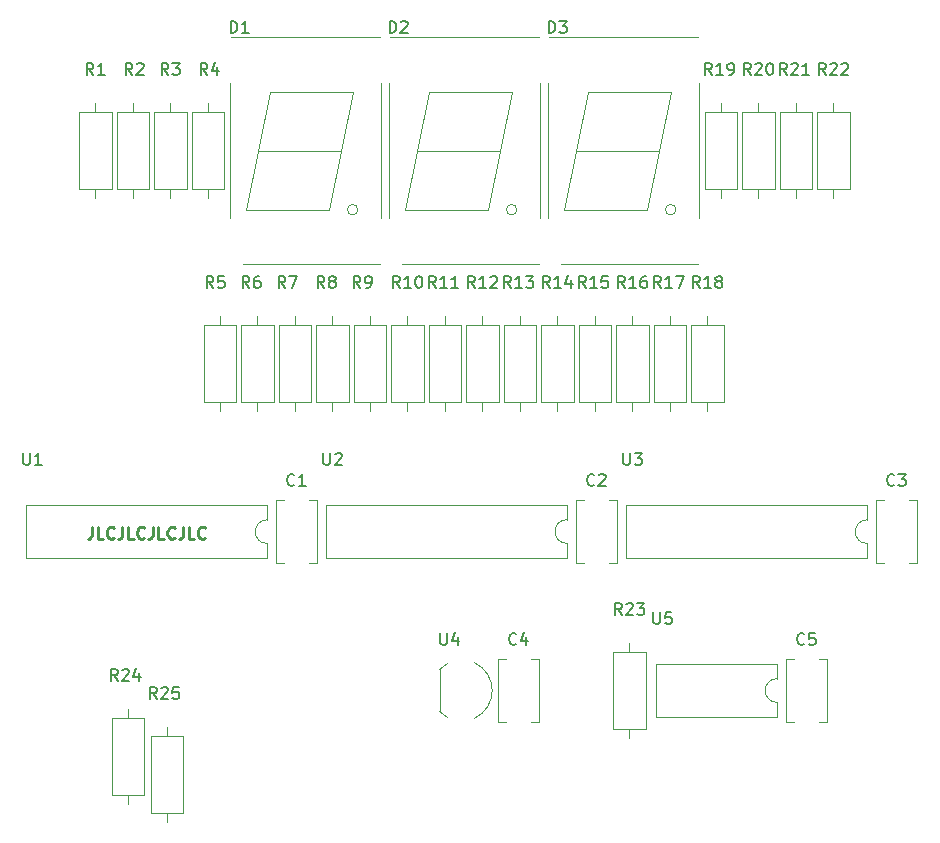
<source format=gto>
G04 #@! TF.GenerationSoftware,KiCad,Pcbnew,7.0.10*
G04 #@! TF.CreationDate,2024-02-08T17:52:20+11:00*
G04 #@! TF.ProjectId,Desktop Thermometer USB-C,4465736b-746f-4702-9054-6865726d6f6d,rev?*
G04 #@! TF.SameCoordinates,Original*
G04 #@! TF.FileFunction,Legend,Top*
G04 #@! TF.FilePolarity,Positive*
%FSLAX46Y46*%
G04 Gerber Fmt 4.6, Leading zero omitted, Abs format (unit mm)*
G04 Created by KiCad (PCBNEW 7.0.10) date 2024-02-08 17:52:20*
%MOMM*%
%LPD*%
G01*
G04 APERTURE LIST*
%ADD10C,0.250000*%
%ADD11C,0.150000*%
%ADD12C,0.120000*%
%ADD13C,1.600000*%
%ADD14O,1.600000X1.600000*%
%ADD15R,1.600000X2.400000*%
%ADD16O,1.600000X2.400000*%
%ADD17R,1.524000X2.524000*%
%ADD18O,1.524000X2.524000*%
%ADD19C,3.200000*%
%ADD20C,1.500000*%
%ADD21R,1.500000X1.500000*%
%ADD22O,2.204000X1.204000*%
G04 APERTURE END LIST*
D10*
X105898282Y-91814619D02*
X105898282Y-92528904D01*
X105898282Y-92528904D02*
X105850663Y-92671761D01*
X105850663Y-92671761D02*
X105755425Y-92767000D01*
X105755425Y-92767000D02*
X105612568Y-92814619D01*
X105612568Y-92814619D02*
X105517330Y-92814619D01*
X106850663Y-92814619D02*
X106374473Y-92814619D01*
X106374473Y-92814619D02*
X106374473Y-91814619D01*
X107755425Y-92719380D02*
X107707806Y-92767000D01*
X107707806Y-92767000D02*
X107564949Y-92814619D01*
X107564949Y-92814619D02*
X107469711Y-92814619D01*
X107469711Y-92814619D02*
X107326854Y-92767000D01*
X107326854Y-92767000D02*
X107231616Y-92671761D01*
X107231616Y-92671761D02*
X107183997Y-92576523D01*
X107183997Y-92576523D02*
X107136378Y-92386047D01*
X107136378Y-92386047D02*
X107136378Y-92243190D01*
X107136378Y-92243190D02*
X107183997Y-92052714D01*
X107183997Y-92052714D02*
X107231616Y-91957476D01*
X107231616Y-91957476D02*
X107326854Y-91862238D01*
X107326854Y-91862238D02*
X107469711Y-91814619D01*
X107469711Y-91814619D02*
X107564949Y-91814619D01*
X107564949Y-91814619D02*
X107707806Y-91862238D01*
X107707806Y-91862238D02*
X107755425Y-91909857D01*
X108469711Y-91814619D02*
X108469711Y-92528904D01*
X108469711Y-92528904D02*
X108422092Y-92671761D01*
X108422092Y-92671761D02*
X108326854Y-92767000D01*
X108326854Y-92767000D02*
X108183997Y-92814619D01*
X108183997Y-92814619D02*
X108088759Y-92814619D01*
X109422092Y-92814619D02*
X108945902Y-92814619D01*
X108945902Y-92814619D02*
X108945902Y-91814619D01*
X110326854Y-92719380D02*
X110279235Y-92767000D01*
X110279235Y-92767000D02*
X110136378Y-92814619D01*
X110136378Y-92814619D02*
X110041140Y-92814619D01*
X110041140Y-92814619D02*
X109898283Y-92767000D01*
X109898283Y-92767000D02*
X109803045Y-92671761D01*
X109803045Y-92671761D02*
X109755426Y-92576523D01*
X109755426Y-92576523D02*
X109707807Y-92386047D01*
X109707807Y-92386047D02*
X109707807Y-92243190D01*
X109707807Y-92243190D02*
X109755426Y-92052714D01*
X109755426Y-92052714D02*
X109803045Y-91957476D01*
X109803045Y-91957476D02*
X109898283Y-91862238D01*
X109898283Y-91862238D02*
X110041140Y-91814619D01*
X110041140Y-91814619D02*
X110136378Y-91814619D01*
X110136378Y-91814619D02*
X110279235Y-91862238D01*
X110279235Y-91862238D02*
X110326854Y-91909857D01*
X111041140Y-91814619D02*
X111041140Y-92528904D01*
X111041140Y-92528904D02*
X110993521Y-92671761D01*
X110993521Y-92671761D02*
X110898283Y-92767000D01*
X110898283Y-92767000D02*
X110755426Y-92814619D01*
X110755426Y-92814619D02*
X110660188Y-92814619D01*
X111993521Y-92814619D02*
X111517331Y-92814619D01*
X111517331Y-92814619D02*
X111517331Y-91814619D01*
X112898283Y-92719380D02*
X112850664Y-92767000D01*
X112850664Y-92767000D02*
X112707807Y-92814619D01*
X112707807Y-92814619D02*
X112612569Y-92814619D01*
X112612569Y-92814619D02*
X112469712Y-92767000D01*
X112469712Y-92767000D02*
X112374474Y-92671761D01*
X112374474Y-92671761D02*
X112326855Y-92576523D01*
X112326855Y-92576523D02*
X112279236Y-92386047D01*
X112279236Y-92386047D02*
X112279236Y-92243190D01*
X112279236Y-92243190D02*
X112326855Y-92052714D01*
X112326855Y-92052714D02*
X112374474Y-91957476D01*
X112374474Y-91957476D02*
X112469712Y-91862238D01*
X112469712Y-91862238D02*
X112612569Y-91814619D01*
X112612569Y-91814619D02*
X112707807Y-91814619D01*
X112707807Y-91814619D02*
X112850664Y-91862238D01*
X112850664Y-91862238D02*
X112898283Y-91909857D01*
X113612569Y-91814619D02*
X113612569Y-92528904D01*
X113612569Y-92528904D02*
X113564950Y-92671761D01*
X113564950Y-92671761D02*
X113469712Y-92767000D01*
X113469712Y-92767000D02*
X113326855Y-92814619D01*
X113326855Y-92814619D02*
X113231617Y-92814619D01*
X114564950Y-92814619D02*
X114088760Y-92814619D01*
X114088760Y-92814619D02*
X114088760Y-91814619D01*
X115469712Y-92719380D02*
X115422093Y-92767000D01*
X115422093Y-92767000D02*
X115279236Y-92814619D01*
X115279236Y-92814619D02*
X115183998Y-92814619D01*
X115183998Y-92814619D02*
X115041141Y-92767000D01*
X115041141Y-92767000D02*
X114945903Y-92671761D01*
X114945903Y-92671761D02*
X114898284Y-92576523D01*
X114898284Y-92576523D02*
X114850665Y-92386047D01*
X114850665Y-92386047D02*
X114850665Y-92243190D01*
X114850665Y-92243190D02*
X114898284Y-92052714D01*
X114898284Y-92052714D02*
X114945903Y-91957476D01*
X114945903Y-91957476D02*
X115041141Y-91862238D01*
X115041141Y-91862238D02*
X115183998Y-91814619D01*
X115183998Y-91814619D02*
X115279236Y-91814619D01*
X115279236Y-91814619D02*
X115422093Y-91862238D01*
X115422093Y-91862238D02*
X115469712Y-91909857D01*
D11*
X141819333Y-101705580D02*
X141771714Y-101753200D01*
X141771714Y-101753200D02*
X141628857Y-101800819D01*
X141628857Y-101800819D02*
X141533619Y-101800819D01*
X141533619Y-101800819D02*
X141390762Y-101753200D01*
X141390762Y-101753200D02*
X141295524Y-101657961D01*
X141295524Y-101657961D02*
X141247905Y-101562723D01*
X141247905Y-101562723D02*
X141200286Y-101372247D01*
X141200286Y-101372247D02*
X141200286Y-101229390D01*
X141200286Y-101229390D02*
X141247905Y-101038914D01*
X141247905Y-101038914D02*
X141295524Y-100943676D01*
X141295524Y-100943676D02*
X141390762Y-100848438D01*
X141390762Y-100848438D02*
X141533619Y-100800819D01*
X141533619Y-100800819D02*
X141628857Y-100800819D01*
X141628857Y-100800819D02*
X141771714Y-100848438D01*
X141771714Y-100848438D02*
X141819333Y-100896057D01*
X142676476Y-101134152D02*
X142676476Y-101800819D01*
X142438381Y-100753200D02*
X142200286Y-101467485D01*
X142200286Y-101467485D02*
X142819333Y-101467485D01*
X123023333Y-88243580D02*
X122975714Y-88291200D01*
X122975714Y-88291200D02*
X122832857Y-88338819D01*
X122832857Y-88338819D02*
X122737619Y-88338819D01*
X122737619Y-88338819D02*
X122594762Y-88291200D01*
X122594762Y-88291200D02*
X122499524Y-88195961D01*
X122499524Y-88195961D02*
X122451905Y-88100723D01*
X122451905Y-88100723D02*
X122404286Y-87910247D01*
X122404286Y-87910247D02*
X122404286Y-87767390D01*
X122404286Y-87767390D02*
X122451905Y-87576914D01*
X122451905Y-87576914D02*
X122499524Y-87481676D01*
X122499524Y-87481676D02*
X122594762Y-87386438D01*
X122594762Y-87386438D02*
X122737619Y-87338819D01*
X122737619Y-87338819D02*
X122832857Y-87338819D01*
X122832857Y-87338819D02*
X122975714Y-87386438D01*
X122975714Y-87386438D02*
X123023333Y-87434057D01*
X123975714Y-88338819D02*
X123404286Y-88338819D01*
X123690000Y-88338819D02*
X123690000Y-87338819D01*
X123690000Y-87338819D02*
X123594762Y-87481676D01*
X123594762Y-87481676D02*
X123499524Y-87576914D01*
X123499524Y-87576914D02*
X123404286Y-87624533D01*
X125563333Y-71574819D02*
X125230000Y-71098628D01*
X124991905Y-71574819D02*
X124991905Y-70574819D01*
X124991905Y-70574819D02*
X125372857Y-70574819D01*
X125372857Y-70574819D02*
X125468095Y-70622438D01*
X125468095Y-70622438D02*
X125515714Y-70670057D01*
X125515714Y-70670057D02*
X125563333Y-70765295D01*
X125563333Y-70765295D02*
X125563333Y-70908152D01*
X125563333Y-70908152D02*
X125515714Y-71003390D01*
X125515714Y-71003390D02*
X125468095Y-71051009D01*
X125468095Y-71051009D02*
X125372857Y-71098628D01*
X125372857Y-71098628D02*
X124991905Y-71098628D01*
X126134762Y-71003390D02*
X126039524Y-70955771D01*
X126039524Y-70955771D02*
X125991905Y-70908152D01*
X125991905Y-70908152D02*
X125944286Y-70812914D01*
X125944286Y-70812914D02*
X125944286Y-70765295D01*
X125944286Y-70765295D02*
X125991905Y-70670057D01*
X125991905Y-70670057D02*
X126039524Y-70622438D01*
X126039524Y-70622438D02*
X126134762Y-70574819D01*
X126134762Y-70574819D02*
X126325238Y-70574819D01*
X126325238Y-70574819D02*
X126420476Y-70622438D01*
X126420476Y-70622438D02*
X126468095Y-70670057D01*
X126468095Y-70670057D02*
X126515714Y-70765295D01*
X126515714Y-70765295D02*
X126515714Y-70812914D01*
X126515714Y-70812914D02*
X126468095Y-70908152D01*
X126468095Y-70908152D02*
X126420476Y-70955771D01*
X126420476Y-70955771D02*
X126325238Y-71003390D01*
X126325238Y-71003390D02*
X126134762Y-71003390D01*
X126134762Y-71003390D02*
X126039524Y-71051009D01*
X126039524Y-71051009D02*
X125991905Y-71098628D01*
X125991905Y-71098628D02*
X125944286Y-71193866D01*
X125944286Y-71193866D02*
X125944286Y-71384342D01*
X125944286Y-71384342D02*
X125991905Y-71479580D01*
X125991905Y-71479580D02*
X126039524Y-71527200D01*
X126039524Y-71527200D02*
X126134762Y-71574819D01*
X126134762Y-71574819D02*
X126325238Y-71574819D01*
X126325238Y-71574819D02*
X126420476Y-71527200D01*
X126420476Y-71527200D02*
X126468095Y-71479580D01*
X126468095Y-71479580D02*
X126515714Y-71384342D01*
X126515714Y-71384342D02*
X126515714Y-71193866D01*
X126515714Y-71193866D02*
X126468095Y-71098628D01*
X126468095Y-71098628D02*
X126420476Y-71051009D01*
X126420476Y-71051009D02*
X126325238Y-71003390D01*
X125476095Y-85560819D02*
X125476095Y-86370342D01*
X125476095Y-86370342D02*
X125523714Y-86465580D01*
X125523714Y-86465580D02*
X125571333Y-86513200D01*
X125571333Y-86513200D02*
X125666571Y-86560819D01*
X125666571Y-86560819D02*
X125857047Y-86560819D01*
X125857047Y-86560819D02*
X125952285Y-86513200D01*
X125952285Y-86513200D02*
X125999904Y-86465580D01*
X125999904Y-86465580D02*
X126047523Y-86370342D01*
X126047523Y-86370342D02*
X126047523Y-85560819D01*
X126476095Y-85656057D02*
X126523714Y-85608438D01*
X126523714Y-85608438D02*
X126618952Y-85560819D01*
X126618952Y-85560819D02*
X126857047Y-85560819D01*
X126857047Y-85560819D02*
X126952285Y-85608438D01*
X126952285Y-85608438D02*
X126999904Y-85656057D01*
X126999904Y-85656057D02*
X127047523Y-85751295D01*
X127047523Y-85751295D02*
X127047523Y-85846533D01*
X127047523Y-85846533D02*
X126999904Y-85989390D01*
X126999904Y-85989390D02*
X126428476Y-86560819D01*
X126428476Y-86560819D02*
X127047523Y-86560819D01*
X164711142Y-53540819D02*
X164377809Y-53064628D01*
X164139714Y-53540819D02*
X164139714Y-52540819D01*
X164139714Y-52540819D02*
X164520666Y-52540819D01*
X164520666Y-52540819D02*
X164615904Y-52588438D01*
X164615904Y-52588438D02*
X164663523Y-52636057D01*
X164663523Y-52636057D02*
X164711142Y-52731295D01*
X164711142Y-52731295D02*
X164711142Y-52874152D01*
X164711142Y-52874152D02*
X164663523Y-52969390D01*
X164663523Y-52969390D02*
X164615904Y-53017009D01*
X164615904Y-53017009D02*
X164520666Y-53064628D01*
X164520666Y-53064628D02*
X164139714Y-53064628D01*
X165092095Y-52636057D02*
X165139714Y-52588438D01*
X165139714Y-52588438D02*
X165234952Y-52540819D01*
X165234952Y-52540819D02*
X165473047Y-52540819D01*
X165473047Y-52540819D02*
X165568285Y-52588438D01*
X165568285Y-52588438D02*
X165615904Y-52636057D01*
X165615904Y-52636057D02*
X165663523Y-52731295D01*
X165663523Y-52731295D02*
X165663523Y-52826533D01*
X165663523Y-52826533D02*
X165615904Y-52969390D01*
X165615904Y-52969390D02*
X165044476Y-53540819D01*
X165044476Y-53540819D02*
X165663523Y-53540819D01*
X166615904Y-53540819D02*
X166044476Y-53540819D01*
X166330190Y-53540819D02*
X166330190Y-52540819D01*
X166330190Y-52540819D02*
X166234952Y-52683676D01*
X166234952Y-52683676D02*
X166139714Y-52778914D01*
X166139714Y-52778914D02*
X166044476Y-52826533D01*
X117625905Y-49984819D02*
X117625905Y-48984819D01*
X117625905Y-48984819D02*
X117864000Y-48984819D01*
X117864000Y-48984819D02*
X118006857Y-49032438D01*
X118006857Y-49032438D02*
X118102095Y-49127676D01*
X118102095Y-49127676D02*
X118149714Y-49222914D01*
X118149714Y-49222914D02*
X118197333Y-49413390D01*
X118197333Y-49413390D02*
X118197333Y-49556247D01*
X118197333Y-49556247D02*
X118149714Y-49746723D01*
X118149714Y-49746723D02*
X118102095Y-49841961D01*
X118102095Y-49841961D02*
X118006857Y-49937200D01*
X118006857Y-49937200D02*
X117864000Y-49984819D01*
X117864000Y-49984819D02*
X117625905Y-49984819D01*
X119149714Y-49984819D02*
X118578286Y-49984819D01*
X118864000Y-49984819D02*
X118864000Y-48984819D01*
X118864000Y-48984819D02*
X118768762Y-49127676D01*
X118768762Y-49127676D02*
X118673524Y-49222914D01*
X118673524Y-49222914D02*
X118578286Y-49270533D01*
X115657333Y-53540819D02*
X115324000Y-53064628D01*
X115085905Y-53540819D02*
X115085905Y-52540819D01*
X115085905Y-52540819D02*
X115466857Y-52540819D01*
X115466857Y-52540819D02*
X115562095Y-52588438D01*
X115562095Y-52588438D02*
X115609714Y-52636057D01*
X115609714Y-52636057D02*
X115657333Y-52731295D01*
X115657333Y-52731295D02*
X115657333Y-52874152D01*
X115657333Y-52874152D02*
X115609714Y-52969390D01*
X115609714Y-52969390D02*
X115562095Y-53017009D01*
X115562095Y-53017009D02*
X115466857Y-53064628D01*
X115466857Y-53064628D02*
X115085905Y-53064628D01*
X116514476Y-52874152D02*
X116514476Y-53540819D01*
X116276381Y-52493200D02*
X116038286Y-53207485D01*
X116038286Y-53207485D02*
X116657333Y-53207485D01*
X100076095Y-85560819D02*
X100076095Y-86370342D01*
X100076095Y-86370342D02*
X100123714Y-86465580D01*
X100123714Y-86465580D02*
X100171333Y-86513200D01*
X100171333Y-86513200D02*
X100266571Y-86560819D01*
X100266571Y-86560819D02*
X100457047Y-86560819D01*
X100457047Y-86560819D02*
X100552285Y-86513200D01*
X100552285Y-86513200D02*
X100599904Y-86465580D01*
X100599904Y-86465580D02*
X100647523Y-86370342D01*
X100647523Y-86370342D02*
X100647523Y-85560819D01*
X101647523Y-86560819D02*
X101076095Y-86560819D01*
X101361809Y-86560819D02*
X101361809Y-85560819D01*
X101361809Y-85560819D02*
X101266571Y-85703676D01*
X101266571Y-85703676D02*
X101171333Y-85798914D01*
X101171333Y-85798914D02*
X101076095Y-85846533D01*
X141343142Y-71574819D02*
X141009809Y-71098628D01*
X140771714Y-71574819D02*
X140771714Y-70574819D01*
X140771714Y-70574819D02*
X141152666Y-70574819D01*
X141152666Y-70574819D02*
X141247904Y-70622438D01*
X141247904Y-70622438D02*
X141295523Y-70670057D01*
X141295523Y-70670057D02*
X141343142Y-70765295D01*
X141343142Y-70765295D02*
X141343142Y-70908152D01*
X141343142Y-70908152D02*
X141295523Y-71003390D01*
X141295523Y-71003390D02*
X141247904Y-71051009D01*
X141247904Y-71051009D02*
X141152666Y-71098628D01*
X141152666Y-71098628D02*
X140771714Y-71098628D01*
X142295523Y-71574819D02*
X141724095Y-71574819D01*
X142009809Y-71574819D02*
X142009809Y-70574819D01*
X142009809Y-70574819D02*
X141914571Y-70717676D01*
X141914571Y-70717676D02*
X141819333Y-70812914D01*
X141819333Y-70812914D02*
X141724095Y-70860533D01*
X142628857Y-70574819D02*
X143247904Y-70574819D01*
X143247904Y-70574819D02*
X142914571Y-70955771D01*
X142914571Y-70955771D02*
X143057428Y-70955771D01*
X143057428Y-70955771D02*
X143152666Y-71003390D01*
X143152666Y-71003390D02*
X143200285Y-71051009D01*
X143200285Y-71051009D02*
X143247904Y-71146247D01*
X143247904Y-71146247D02*
X143247904Y-71384342D01*
X143247904Y-71384342D02*
X143200285Y-71479580D01*
X143200285Y-71479580D02*
X143152666Y-71527200D01*
X143152666Y-71527200D02*
X143057428Y-71574819D01*
X143057428Y-71574819D02*
X142771714Y-71574819D01*
X142771714Y-71574819D02*
X142676476Y-71527200D01*
X142676476Y-71527200D02*
X142628857Y-71479580D01*
X108069142Y-104848819D02*
X107735809Y-104372628D01*
X107497714Y-104848819D02*
X107497714Y-103848819D01*
X107497714Y-103848819D02*
X107878666Y-103848819D01*
X107878666Y-103848819D02*
X107973904Y-103896438D01*
X107973904Y-103896438D02*
X108021523Y-103944057D01*
X108021523Y-103944057D02*
X108069142Y-104039295D01*
X108069142Y-104039295D02*
X108069142Y-104182152D01*
X108069142Y-104182152D02*
X108021523Y-104277390D01*
X108021523Y-104277390D02*
X107973904Y-104325009D01*
X107973904Y-104325009D02*
X107878666Y-104372628D01*
X107878666Y-104372628D02*
X107497714Y-104372628D01*
X108450095Y-103944057D02*
X108497714Y-103896438D01*
X108497714Y-103896438D02*
X108592952Y-103848819D01*
X108592952Y-103848819D02*
X108831047Y-103848819D01*
X108831047Y-103848819D02*
X108926285Y-103896438D01*
X108926285Y-103896438D02*
X108973904Y-103944057D01*
X108973904Y-103944057D02*
X109021523Y-104039295D01*
X109021523Y-104039295D02*
X109021523Y-104134533D01*
X109021523Y-104134533D02*
X108973904Y-104277390D01*
X108973904Y-104277390D02*
X108402476Y-104848819D01*
X108402476Y-104848819D02*
X109021523Y-104848819D01*
X109878666Y-104182152D02*
X109878666Y-104848819D01*
X109640571Y-103801200D02*
X109402476Y-104515485D01*
X109402476Y-104515485D02*
X110021523Y-104515485D01*
X168013142Y-53540819D02*
X167679809Y-53064628D01*
X167441714Y-53540819D02*
X167441714Y-52540819D01*
X167441714Y-52540819D02*
X167822666Y-52540819D01*
X167822666Y-52540819D02*
X167917904Y-52588438D01*
X167917904Y-52588438D02*
X167965523Y-52636057D01*
X167965523Y-52636057D02*
X168013142Y-52731295D01*
X168013142Y-52731295D02*
X168013142Y-52874152D01*
X168013142Y-52874152D02*
X167965523Y-52969390D01*
X167965523Y-52969390D02*
X167917904Y-53017009D01*
X167917904Y-53017009D02*
X167822666Y-53064628D01*
X167822666Y-53064628D02*
X167441714Y-53064628D01*
X168394095Y-52636057D02*
X168441714Y-52588438D01*
X168441714Y-52588438D02*
X168536952Y-52540819D01*
X168536952Y-52540819D02*
X168775047Y-52540819D01*
X168775047Y-52540819D02*
X168870285Y-52588438D01*
X168870285Y-52588438D02*
X168917904Y-52636057D01*
X168917904Y-52636057D02*
X168965523Y-52731295D01*
X168965523Y-52731295D02*
X168965523Y-52826533D01*
X168965523Y-52826533D02*
X168917904Y-52969390D01*
X168917904Y-52969390D02*
X168346476Y-53540819D01*
X168346476Y-53540819D02*
X168965523Y-53540819D01*
X169346476Y-52636057D02*
X169394095Y-52588438D01*
X169394095Y-52588438D02*
X169489333Y-52540819D01*
X169489333Y-52540819D02*
X169727428Y-52540819D01*
X169727428Y-52540819D02*
X169822666Y-52588438D01*
X169822666Y-52588438D02*
X169870285Y-52636057D01*
X169870285Y-52636057D02*
X169917904Y-52731295D01*
X169917904Y-52731295D02*
X169917904Y-52826533D01*
X169917904Y-52826533D02*
X169870285Y-52969390D01*
X169870285Y-52969390D02*
X169298857Y-53540819D01*
X169298857Y-53540819D02*
X169917904Y-53540819D01*
X150741142Y-99260819D02*
X150407809Y-98784628D01*
X150169714Y-99260819D02*
X150169714Y-98260819D01*
X150169714Y-98260819D02*
X150550666Y-98260819D01*
X150550666Y-98260819D02*
X150645904Y-98308438D01*
X150645904Y-98308438D02*
X150693523Y-98356057D01*
X150693523Y-98356057D02*
X150741142Y-98451295D01*
X150741142Y-98451295D02*
X150741142Y-98594152D01*
X150741142Y-98594152D02*
X150693523Y-98689390D01*
X150693523Y-98689390D02*
X150645904Y-98737009D01*
X150645904Y-98737009D02*
X150550666Y-98784628D01*
X150550666Y-98784628D02*
X150169714Y-98784628D01*
X151122095Y-98356057D02*
X151169714Y-98308438D01*
X151169714Y-98308438D02*
X151264952Y-98260819D01*
X151264952Y-98260819D02*
X151503047Y-98260819D01*
X151503047Y-98260819D02*
X151598285Y-98308438D01*
X151598285Y-98308438D02*
X151645904Y-98356057D01*
X151645904Y-98356057D02*
X151693523Y-98451295D01*
X151693523Y-98451295D02*
X151693523Y-98546533D01*
X151693523Y-98546533D02*
X151645904Y-98689390D01*
X151645904Y-98689390D02*
X151074476Y-99260819D01*
X151074476Y-99260819D02*
X151693523Y-99260819D01*
X152026857Y-98260819D02*
X152645904Y-98260819D01*
X152645904Y-98260819D02*
X152312571Y-98641771D01*
X152312571Y-98641771D02*
X152455428Y-98641771D01*
X152455428Y-98641771D02*
X152550666Y-98689390D01*
X152550666Y-98689390D02*
X152598285Y-98737009D01*
X152598285Y-98737009D02*
X152645904Y-98832247D01*
X152645904Y-98832247D02*
X152645904Y-99070342D01*
X152645904Y-99070342D02*
X152598285Y-99165580D01*
X152598285Y-99165580D02*
X152550666Y-99213200D01*
X152550666Y-99213200D02*
X152455428Y-99260819D01*
X152455428Y-99260819D02*
X152169714Y-99260819D01*
X152169714Y-99260819D02*
X152074476Y-99213200D01*
X152074476Y-99213200D02*
X152026857Y-99165580D01*
X150995142Y-71574819D02*
X150661809Y-71098628D01*
X150423714Y-71574819D02*
X150423714Y-70574819D01*
X150423714Y-70574819D02*
X150804666Y-70574819D01*
X150804666Y-70574819D02*
X150899904Y-70622438D01*
X150899904Y-70622438D02*
X150947523Y-70670057D01*
X150947523Y-70670057D02*
X150995142Y-70765295D01*
X150995142Y-70765295D02*
X150995142Y-70908152D01*
X150995142Y-70908152D02*
X150947523Y-71003390D01*
X150947523Y-71003390D02*
X150899904Y-71051009D01*
X150899904Y-71051009D02*
X150804666Y-71098628D01*
X150804666Y-71098628D02*
X150423714Y-71098628D01*
X151947523Y-71574819D02*
X151376095Y-71574819D01*
X151661809Y-71574819D02*
X151661809Y-70574819D01*
X151661809Y-70574819D02*
X151566571Y-70717676D01*
X151566571Y-70717676D02*
X151471333Y-70812914D01*
X151471333Y-70812914D02*
X151376095Y-70860533D01*
X152804666Y-70574819D02*
X152614190Y-70574819D01*
X152614190Y-70574819D02*
X152518952Y-70622438D01*
X152518952Y-70622438D02*
X152471333Y-70670057D01*
X152471333Y-70670057D02*
X152376095Y-70812914D01*
X152376095Y-70812914D02*
X152328476Y-71003390D01*
X152328476Y-71003390D02*
X152328476Y-71384342D01*
X152328476Y-71384342D02*
X152376095Y-71479580D01*
X152376095Y-71479580D02*
X152423714Y-71527200D01*
X152423714Y-71527200D02*
X152518952Y-71574819D01*
X152518952Y-71574819D02*
X152709428Y-71574819D01*
X152709428Y-71574819D02*
X152804666Y-71527200D01*
X152804666Y-71527200D02*
X152852285Y-71479580D01*
X152852285Y-71479580D02*
X152899904Y-71384342D01*
X152899904Y-71384342D02*
X152899904Y-71146247D01*
X152899904Y-71146247D02*
X152852285Y-71051009D01*
X152852285Y-71051009D02*
X152804666Y-71003390D01*
X152804666Y-71003390D02*
X152709428Y-70955771D01*
X152709428Y-70955771D02*
X152518952Y-70955771D01*
X152518952Y-70955771D02*
X152423714Y-71003390D01*
X152423714Y-71003390D02*
X152376095Y-71051009D01*
X152376095Y-71051009D02*
X152328476Y-71146247D01*
X138295142Y-71574819D02*
X137961809Y-71098628D01*
X137723714Y-71574819D02*
X137723714Y-70574819D01*
X137723714Y-70574819D02*
X138104666Y-70574819D01*
X138104666Y-70574819D02*
X138199904Y-70622438D01*
X138199904Y-70622438D02*
X138247523Y-70670057D01*
X138247523Y-70670057D02*
X138295142Y-70765295D01*
X138295142Y-70765295D02*
X138295142Y-70908152D01*
X138295142Y-70908152D02*
X138247523Y-71003390D01*
X138247523Y-71003390D02*
X138199904Y-71051009D01*
X138199904Y-71051009D02*
X138104666Y-71098628D01*
X138104666Y-71098628D02*
X137723714Y-71098628D01*
X139247523Y-71574819D02*
X138676095Y-71574819D01*
X138961809Y-71574819D02*
X138961809Y-70574819D01*
X138961809Y-70574819D02*
X138866571Y-70717676D01*
X138866571Y-70717676D02*
X138771333Y-70812914D01*
X138771333Y-70812914D02*
X138676095Y-70860533D01*
X139628476Y-70670057D02*
X139676095Y-70622438D01*
X139676095Y-70622438D02*
X139771333Y-70574819D01*
X139771333Y-70574819D02*
X140009428Y-70574819D01*
X140009428Y-70574819D02*
X140104666Y-70622438D01*
X140104666Y-70622438D02*
X140152285Y-70670057D01*
X140152285Y-70670057D02*
X140199904Y-70765295D01*
X140199904Y-70765295D02*
X140199904Y-70860533D01*
X140199904Y-70860533D02*
X140152285Y-71003390D01*
X140152285Y-71003390D02*
X139580857Y-71574819D01*
X139580857Y-71574819D02*
X140199904Y-71574819D01*
X153416095Y-99022819D02*
X153416095Y-99832342D01*
X153416095Y-99832342D02*
X153463714Y-99927580D01*
X153463714Y-99927580D02*
X153511333Y-99975200D01*
X153511333Y-99975200D02*
X153606571Y-100022819D01*
X153606571Y-100022819D02*
X153797047Y-100022819D01*
X153797047Y-100022819D02*
X153892285Y-99975200D01*
X153892285Y-99975200D02*
X153939904Y-99927580D01*
X153939904Y-99927580D02*
X153987523Y-99832342D01*
X153987523Y-99832342D02*
X153987523Y-99022819D01*
X154939904Y-99022819D02*
X154463714Y-99022819D01*
X154463714Y-99022819D02*
X154416095Y-99499009D01*
X154416095Y-99499009D02*
X154463714Y-99451390D01*
X154463714Y-99451390D02*
X154558952Y-99403771D01*
X154558952Y-99403771D02*
X154797047Y-99403771D01*
X154797047Y-99403771D02*
X154892285Y-99451390D01*
X154892285Y-99451390D02*
X154939904Y-99499009D01*
X154939904Y-99499009D02*
X154987523Y-99594247D01*
X154987523Y-99594247D02*
X154987523Y-99832342D01*
X154987523Y-99832342D02*
X154939904Y-99927580D01*
X154939904Y-99927580D02*
X154892285Y-99975200D01*
X154892285Y-99975200D02*
X154797047Y-100022819D01*
X154797047Y-100022819D02*
X154558952Y-100022819D01*
X154558952Y-100022819D02*
X154463714Y-99975200D01*
X154463714Y-99975200D02*
X154416095Y-99927580D01*
X112355333Y-53540819D02*
X112022000Y-53064628D01*
X111783905Y-53540819D02*
X111783905Y-52540819D01*
X111783905Y-52540819D02*
X112164857Y-52540819D01*
X112164857Y-52540819D02*
X112260095Y-52588438D01*
X112260095Y-52588438D02*
X112307714Y-52636057D01*
X112307714Y-52636057D02*
X112355333Y-52731295D01*
X112355333Y-52731295D02*
X112355333Y-52874152D01*
X112355333Y-52874152D02*
X112307714Y-52969390D01*
X112307714Y-52969390D02*
X112260095Y-53017009D01*
X112260095Y-53017009D02*
X112164857Y-53064628D01*
X112164857Y-53064628D02*
X111783905Y-53064628D01*
X112688667Y-52540819D02*
X113307714Y-52540819D01*
X113307714Y-52540819D02*
X112974381Y-52921771D01*
X112974381Y-52921771D02*
X113117238Y-52921771D01*
X113117238Y-52921771D02*
X113212476Y-52969390D01*
X113212476Y-52969390D02*
X113260095Y-53017009D01*
X113260095Y-53017009D02*
X113307714Y-53112247D01*
X113307714Y-53112247D02*
X113307714Y-53350342D01*
X113307714Y-53350342D02*
X113260095Y-53445580D01*
X113260095Y-53445580D02*
X113212476Y-53493200D01*
X113212476Y-53493200D02*
X113117238Y-53540819D01*
X113117238Y-53540819D02*
X112831524Y-53540819D01*
X112831524Y-53540819D02*
X112736286Y-53493200D01*
X112736286Y-53493200D02*
X112688667Y-53445580D01*
X116165333Y-71574819D02*
X115832000Y-71098628D01*
X115593905Y-71574819D02*
X115593905Y-70574819D01*
X115593905Y-70574819D02*
X115974857Y-70574819D01*
X115974857Y-70574819D02*
X116070095Y-70622438D01*
X116070095Y-70622438D02*
X116117714Y-70670057D01*
X116117714Y-70670057D02*
X116165333Y-70765295D01*
X116165333Y-70765295D02*
X116165333Y-70908152D01*
X116165333Y-70908152D02*
X116117714Y-71003390D01*
X116117714Y-71003390D02*
X116070095Y-71051009D01*
X116070095Y-71051009D02*
X115974857Y-71098628D01*
X115974857Y-71098628D02*
X115593905Y-71098628D01*
X117070095Y-70574819D02*
X116593905Y-70574819D01*
X116593905Y-70574819D02*
X116546286Y-71051009D01*
X116546286Y-71051009D02*
X116593905Y-71003390D01*
X116593905Y-71003390D02*
X116689143Y-70955771D01*
X116689143Y-70955771D02*
X116927238Y-70955771D01*
X116927238Y-70955771D02*
X117022476Y-71003390D01*
X117022476Y-71003390D02*
X117070095Y-71051009D01*
X117070095Y-71051009D02*
X117117714Y-71146247D01*
X117117714Y-71146247D02*
X117117714Y-71384342D01*
X117117714Y-71384342D02*
X117070095Y-71479580D01*
X117070095Y-71479580D02*
X117022476Y-71527200D01*
X117022476Y-71527200D02*
X116927238Y-71574819D01*
X116927238Y-71574819D02*
X116689143Y-71574819D01*
X116689143Y-71574819D02*
X116593905Y-71527200D01*
X116593905Y-71527200D02*
X116546286Y-71479580D01*
X128611333Y-71574819D02*
X128278000Y-71098628D01*
X128039905Y-71574819D02*
X128039905Y-70574819D01*
X128039905Y-70574819D02*
X128420857Y-70574819D01*
X128420857Y-70574819D02*
X128516095Y-70622438D01*
X128516095Y-70622438D02*
X128563714Y-70670057D01*
X128563714Y-70670057D02*
X128611333Y-70765295D01*
X128611333Y-70765295D02*
X128611333Y-70908152D01*
X128611333Y-70908152D02*
X128563714Y-71003390D01*
X128563714Y-71003390D02*
X128516095Y-71051009D01*
X128516095Y-71051009D02*
X128420857Y-71098628D01*
X128420857Y-71098628D02*
X128039905Y-71098628D01*
X129087524Y-71574819D02*
X129278000Y-71574819D01*
X129278000Y-71574819D02*
X129373238Y-71527200D01*
X129373238Y-71527200D02*
X129420857Y-71479580D01*
X129420857Y-71479580D02*
X129516095Y-71336723D01*
X129516095Y-71336723D02*
X129563714Y-71146247D01*
X129563714Y-71146247D02*
X129563714Y-70765295D01*
X129563714Y-70765295D02*
X129516095Y-70670057D01*
X129516095Y-70670057D02*
X129468476Y-70622438D01*
X129468476Y-70622438D02*
X129373238Y-70574819D01*
X129373238Y-70574819D02*
X129182762Y-70574819D01*
X129182762Y-70574819D02*
X129087524Y-70622438D01*
X129087524Y-70622438D02*
X129039905Y-70670057D01*
X129039905Y-70670057D02*
X128992286Y-70765295D01*
X128992286Y-70765295D02*
X128992286Y-71003390D01*
X128992286Y-71003390D02*
X129039905Y-71098628D01*
X129039905Y-71098628D02*
X129087524Y-71146247D01*
X129087524Y-71146247D02*
X129182762Y-71193866D01*
X129182762Y-71193866D02*
X129373238Y-71193866D01*
X129373238Y-71193866D02*
X129468476Y-71146247D01*
X129468476Y-71146247D02*
X129516095Y-71098628D01*
X129516095Y-71098628D02*
X129563714Y-71003390D01*
X134993142Y-71574819D02*
X134659809Y-71098628D01*
X134421714Y-71574819D02*
X134421714Y-70574819D01*
X134421714Y-70574819D02*
X134802666Y-70574819D01*
X134802666Y-70574819D02*
X134897904Y-70622438D01*
X134897904Y-70622438D02*
X134945523Y-70670057D01*
X134945523Y-70670057D02*
X134993142Y-70765295D01*
X134993142Y-70765295D02*
X134993142Y-70908152D01*
X134993142Y-70908152D02*
X134945523Y-71003390D01*
X134945523Y-71003390D02*
X134897904Y-71051009D01*
X134897904Y-71051009D02*
X134802666Y-71098628D01*
X134802666Y-71098628D02*
X134421714Y-71098628D01*
X135945523Y-71574819D02*
X135374095Y-71574819D01*
X135659809Y-71574819D02*
X135659809Y-70574819D01*
X135659809Y-70574819D02*
X135564571Y-70717676D01*
X135564571Y-70717676D02*
X135469333Y-70812914D01*
X135469333Y-70812914D02*
X135374095Y-70860533D01*
X136897904Y-71574819D02*
X136326476Y-71574819D01*
X136612190Y-71574819D02*
X136612190Y-70574819D01*
X136612190Y-70574819D02*
X136516952Y-70717676D01*
X136516952Y-70717676D02*
X136421714Y-70812914D01*
X136421714Y-70812914D02*
X136326476Y-70860533D01*
X150876095Y-85560819D02*
X150876095Y-86370342D01*
X150876095Y-86370342D02*
X150923714Y-86465580D01*
X150923714Y-86465580D02*
X150971333Y-86513200D01*
X150971333Y-86513200D02*
X151066571Y-86560819D01*
X151066571Y-86560819D02*
X151257047Y-86560819D01*
X151257047Y-86560819D02*
X151352285Y-86513200D01*
X151352285Y-86513200D02*
X151399904Y-86465580D01*
X151399904Y-86465580D02*
X151447523Y-86370342D01*
X151447523Y-86370342D02*
X151447523Y-85560819D01*
X151828476Y-85560819D02*
X152447523Y-85560819D01*
X152447523Y-85560819D02*
X152114190Y-85941771D01*
X152114190Y-85941771D02*
X152257047Y-85941771D01*
X152257047Y-85941771D02*
X152352285Y-85989390D01*
X152352285Y-85989390D02*
X152399904Y-86037009D01*
X152399904Y-86037009D02*
X152447523Y-86132247D01*
X152447523Y-86132247D02*
X152447523Y-86370342D01*
X152447523Y-86370342D02*
X152399904Y-86465580D01*
X152399904Y-86465580D02*
X152352285Y-86513200D01*
X152352285Y-86513200D02*
X152257047Y-86560819D01*
X152257047Y-86560819D02*
X151971333Y-86560819D01*
X151971333Y-86560819D02*
X151876095Y-86513200D01*
X151876095Y-86513200D02*
X151828476Y-86465580D01*
X135382095Y-100800819D02*
X135382095Y-101610342D01*
X135382095Y-101610342D02*
X135429714Y-101705580D01*
X135429714Y-101705580D02*
X135477333Y-101753200D01*
X135477333Y-101753200D02*
X135572571Y-101800819D01*
X135572571Y-101800819D02*
X135763047Y-101800819D01*
X135763047Y-101800819D02*
X135858285Y-101753200D01*
X135858285Y-101753200D02*
X135905904Y-101705580D01*
X135905904Y-101705580D02*
X135953523Y-101610342D01*
X135953523Y-101610342D02*
X135953523Y-100800819D01*
X136858285Y-101134152D02*
X136858285Y-101800819D01*
X136620190Y-100753200D02*
X136382095Y-101467485D01*
X136382095Y-101467485D02*
X137001142Y-101467485D01*
X158361142Y-53540819D02*
X158027809Y-53064628D01*
X157789714Y-53540819D02*
X157789714Y-52540819D01*
X157789714Y-52540819D02*
X158170666Y-52540819D01*
X158170666Y-52540819D02*
X158265904Y-52588438D01*
X158265904Y-52588438D02*
X158313523Y-52636057D01*
X158313523Y-52636057D02*
X158361142Y-52731295D01*
X158361142Y-52731295D02*
X158361142Y-52874152D01*
X158361142Y-52874152D02*
X158313523Y-52969390D01*
X158313523Y-52969390D02*
X158265904Y-53017009D01*
X158265904Y-53017009D02*
X158170666Y-53064628D01*
X158170666Y-53064628D02*
X157789714Y-53064628D01*
X159313523Y-53540819D02*
X158742095Y-53540819D01*
X159027809Y-53540819D02*
X159027809Y-52540819D01*
X159027809Y-52540819D02*
X158932571Y-52683676D01*
X158932571Y-52683676D02*
X158837333Y-52778914D01*
X158837333Y-52778914D02*
X158742095Y-52826533D01*
X159789714Y-53540819D02*
X159980190Y-53540819D01*
X159980190Y-53540819D02*
X160075428Y-53493200D01*
X160075428Y-53493200D02*
X160123047Y-53445580D01*
X160123047Y-53445580D02*
X160218285Y-53302723D01*
X160218285Y-53302723D02*
X160265904Y-53112247D01*
X160265904Y-53112247D02*
X160265904Y-52731295D01*
X160265904Y-52731295D02*
X160218285Y-52636057D01*
X160218285Y-52636057D02*
X160170666Y-52588438D01*
X160170666Y-52588438D02*
X160075428Y-52540819D01*
X160075428Y-52540819D02*
X159884952Y-52540819D01*
X159884952Y-52540819D02*
X159789714Y-52588438D01*
X159789714Y-52588438D02*
X159742095Y-52636057D01*
X159742095Y-52636057D02*
X159694476Y-52731295D01*
X159694476Y-52731295D02*
X159694476Y-52969390D01*
X159694476Y-52969390D02*
X159742095Y-53064628D01*
X159742095Y-53064628D02*
X159789714Y-53112247D01*
X159789714Y-53112247D02*
X159884952Y-53159866D01*
X159884952Y-53159866D02*
X160075428Y-53159866D01*
X160075428Y-53159866D02*
X160170666Y-53112247D01*
X160170666Y-53112247D02*
X160218285Y-53064628D01*
X160218285Y-53064628D02*
X160265904Y-52969390D01*
X144549905Y-49984819D02*
X144549905Y-48984819D01*
X144549905Y-48984819D02*
X144788000Y-48984819D01*
X144788000Y-48984819D02*
X144930857Y-49032438D01*
X144930857Y-49032438D02*
X145026095Y-49127676D01*
X145026095Y-49127676D02*
X145073714Y-49222914D01*
X145073714Y-49222914D02*
X145121333Y-49413390D01*
X145121333Y-49413390D02*
X145121333Y-49556247D01*
X145121333Y-49556247D02*
X145073714Y-49746723D01*
X145073714Y-49746723D02*
X145026095Y-49841961D01*
X145026095Y-49841961D02*
X144930857Y-49937200D01*
X144930857Y-49937200D02*
X144788000Y-49984819D01*
X144788000Y-49984819D02*
X144549905Y-49984819D01*
X145454667Y-48984819D02*
X146073714Y-48984819D01*
X146073714Y-48984819D02*
X145740381Y-49365771D01*
X145740381Y-49365771D02*
X145883238Y-49365771D01*
X145883238Y-49365771D02*
X145978476Y-49413390D01*
X145978476Y-49413390D02*
X146026095Y-49461009D01*
X146026095Y-49461009D02*
X146073714Y-49556247D01*
X146073714Y-49556247D02*
X146073714Y-49794342D01*
X146073714Y-49794342D02*
X146026095Y-49889580D01*
X146026095Y-49889580D02*
X145978476Y-49937200D01*
X145978476Y-49937200D02*
X145883238Y-49984819D01*
X145883238Y-49984819D02*
X145597524Y-49984819D01*
X145597524Y-49984819D02*
X145502286Y-49937200D01*
X145502286Y-49937200D02*
X145454667Y-49889580D01*
X148423333Y-88243580D02*
X148375714Y-88291200D01*
X148375714Y-88291200D02*
X148232857Y-88338819D01*
X148232857Y-88338819D02*
X148137619Y-88338819D01*
X148137619Y-88338819D02*
X147994762Y-88291200D01*
X147994762Y-88291200D02*
X147899524Y-88195961D01*
X147899524Y-88195961D02*
X147851905Y-88100723D01*
X147851905Y-88100723D02*
X147804286Y-87910247D01*
X147804286Y-87910247D02*
X147804286Y-87767390D01*
X147804286Y-87767390D02*
X147851905Y-87576914D01*
X147851905Y-87576914D02*
X147899524Y-87481676D01*
X147899524Y-87481676D02*
X147994762Y-87386438D01*
X147994762Y-87386438D02*
X148137619Y-87338819D01*
X148137619Y-87338819D02*
X148232857Y-87338819D01*
X148232857Y-87338819D02*
X148375714Y-87386438D01*
X148375714Y-87386438D02*
X148423333Y-87434057D01*
X148804286Y-87434057D02*
X148851905Y-87386438D01*
X148851905Y-87386438D02*
X148947143Y-87338819D01*
X148947143Y-87338819D02*
X149185238Y-87338819D01*
X149185238Y-87338819D02*
X149280476Y-87386438D01*
X149280476Y-87386438D02*
X149328095Y-87434057D01*
X149328095Y-87434057D02*
X149375714Y-87529295D01*
X149375714Y-87529295D02*
X149375714Y-87624533D01*
X149375714Y-87624533D02*
X149328095Y-87767390D01*
X149328095Y-87767390D02*
X148756667Y-88338819D01*
X148756667Y-88338819D02*
X149375714Y-88338819D01*
X144645142Y-71574819D02*
X144311809Y-71098628D01*
X144073714Y-71574819D02*
X144073714Y-70574819D01*
X144073714Y-70574819D02*
X144454666Y-70574819D01*
X144454666Y-70574819D02*
X144549904Y-70622438D01*
X144549904Y-70622438D02*
X144597523Y-70670057D01*
X144597523Y-70670057D02*
X144645142Y-70765295D01*
X144645142Y-70765295D02*
X144645142Y-70908152D01*
X144645142Y-70908152D02*
X144597523Y-71003390D01*
X144597523Y-71003390D02*
X144549904Y-71051009D01*
X144549904Y-71051009D02*
X144454666Y-71098628D01*
X144454666Y-71098628D02*
X144073714Y-71098628D01*
X145597523Y-71574819D02*
X145026095Y-71574819D01*
X145311809Y-71574819D02*
X145311809Y-70574819D01*
X145311809Y-70574819D02*
X145216571Y-70717676D01*
X145216571Y-70717676D02*
X145121333Y-70812914D01*
X145121333Y-70812914D02*
X145026095Y-70860533D01*
X146454666Y-70908152D02*
X146454666Y-71574819D01*
X146216571Y-70527200D02*
X145978476Y-71241485D01*
X145978476Y-71241485D02*
X146597523Y-71241485D01*
X119213333Y-71574819D02*
X118880000Y-71098628D01*
X118641905Y-71574819D02*
X118641905Y-70574819D01*
X118641905Y-70574819D02*
X119022857Y-70574819D01*
X119022857Y-70574819D02*
X119118095Y-70622438D01*
X119118095Y-70622438D02*
X119165714Y-70670057D01*
X119165714Y-70670057D02*
X119213333Y-70765295D01*
X119213333Y-70765295D02*
X119213333Y-70908152D01*
X119213333Y-70908152D02*
X119165714Y-71003390D01*
X119165714Y-71003390D02*
X119118095Y-71051009D01*
X119118095Y-71051009D02*
X119022857Y-71098628D01*
X119022857Y-71098628D02*
X118641905Y-71098628D01*
X120070476Y-70574819D02*
X119880000Y-70574819D01*
X119880000Y-70574819D02*
X119784762Y-70622438D01*
X119784762Y-70622438D02*
X119737143Y-70670057D01*
X119737143Y-70670057D02*
X119641905Y-70812914D01*
X119641905Y-70812914D02*
X119594286Y-71003390D01*
X119594286Y-71003390D02*
X119594286Y-71384342D01*
X119594286Y-71384342D02*
X119641905Y-71479580D01*
X119641905Y-71479580D02*
X119689524Y-71527200D01*
X119689524Y-71527200D02*
X119784762Y-71574819D01*
X119784762Y-71574819D02*
X119975238Y-71574819D01*
X119975238Y-71574819D02*
X120070476Y-71527200D01*
X120070476Y-71527200D02*
X120118095Y-71479580D01*
X120118095Y-71479580D02*
X120165714Y-71384342D01*
X120165714Y-71384342D02*
X120165714Y-71146247D01*
X120165714Y-71146247D02*
X120118095Y-71051009D01*
X120118095Y-71051009D02*
X120070476Y-71003390D01*
X120070476Y-71003390D02*
X119975238Y-70955771D01*
X119975238Y-70955771D02*
X119784762Y-70955771D01*
X119784762Y-70955771D02*
X119689524Y-71003390D01*
X119689524Y-71003390D02*
X119641905Y-71051009D01*
X119641905Y-71051009D02*
X119594286Y-71146247D01*
X131087905Y-49984819D02*
X131087905Y-48984819D01*
X131087905Y-48984819D02*
X131326000Y-48984819D01*
X131326000Y-48984819D02*
X131468857Y-49032438D01*
X131468857Y-49032438D02*
X131564095Y-49127676D01*
X131564095Y-49127676D02*
X131611714Y-49222914D01*
X131611714Y-49222914D02*
X131659333Y-49413390D01*
X131659333Y-49413390D02*
X131659333Y-49556247D01*
X131659333Y-49556247D02*
X131611714Y-49746723D01*
X131611714Y-49746723D02*
X131564095Y-49841961D01*
X131564095Y-49841961D02*
X131468857Y-49937200D01*
X131468857Y-49937200D02*
X131326000Y-49984819D01*
X131326000Y-49984819D02*
X131087905Y-49984819D01*
X132040286Y-49080057D02*
X132087905Y-49032438D01*
X132087905Y-49032438D02*
X132183143Y-48984819D01*
X132183143Y-48984819D02*
X132421238Y-48984819D01*
X132421238Y-48984819D02*
X132516476Y-49032438D01*
X132516476Y-49032438D02*
X132564095Y-49080057D01*
X132564095Y-49080057D02*
X132611714Y-49175295D01*
X132611714Y-49175295D02*
X132611714Y-49270533D01*
X132611714Y-49270533D02*
X132564095Y-49413390D01*
X132564095Y-49413390D02*
X131992667Y-49984819D01*
X131992667Y-49984819D02*
X132611714Y-49984819D01*
X161663142Y-53540819D02*
X161329809Y-53064628D01*
X161091714Y-53540819D02*
X161091714Y-52540819D01*
X161091714Y-52540819D02*
X161472666Y-52540819D01*
X161472666Y-52540819D02*
X161567904Y-52588438D01*
X161567904Y-52588438D02*
X161615523Y-52636057D01*
X161615523Y-52636057D02*
X161663142Y-52731295D01*
X161663142Y-52731295D02*
X161663142Y-52874152D01*
X161663142Y-52874152D02*
X161615523Y-52969390D01*
X161615523Y-52969390D02*
X161567904Y-53017009D01*
X161567904Y-53017009D02*
X161472666Y-53064628D01*
X161472666Y-53064628D02*
X161091714Y-53064628D01*
X162044095Y-52636057D02*
X162091714Y-52588438D01*
X162091714Y-52588438D02*
X162186952Y-52540819D01*
X162186952Y-52540819D02*
X162425047Y-52540819D01*
X162425047Y-52540819D02*
X162520285Y-52588438D01*
X162520285Y-52588438D02*
X162567904Y-52636057D01*
X162567904Y-52636057D02*
X162615523Y-52731295D01*
X162615523Y-52731295D02*
X162615523Y-52826533D01*
X162615523Y-52826533D02*
X162567904Y-52969390D01*
X162567904Y-52969390D02*
X161996476Y-53540819D01*
X161996476Y-53540819D02*
X162615523Y-53540819D01*
X163234571Y-52540819D02*
X163329809Y-52540819D01*
X163329809Y-52540819D02*
X163425047Y-52588438D01*
X163425047Y-52588438D02*
X163472666Y-52636057D01*
X163472666Y-52636057D02*
X163520285Y-52731295D01*
X163520285Y-52731295D02*
X163567904Y-52921771D01*
X163567904Y-52921771D02*
X163567904Y-53159866D01*
X163567904Y-53159866D02*
X163520285Y-53350342D01*
X163520285Y-53350342D02*
X163472666Y-53445580D01*
X163472666Y-53445580D02*
X163425047Y-53493200D01*
X163425047Y-53493200D02*
X163329809Y-53540819D01*
X163329809Y-53540819D02*
X163234571Y-53540819D01*
X163234571Y-53540819D02*
X163139333Y-53493200D01*
X163139333Y-53493200D02*
X163091714Y-53445580D01*
X163091714Y-53445580D02*
X163044095Y-53350342D01*
X163044095Y-53350342D02*
X162996476Y-53159866D01*
X162996476Y-53159866D02*
X162996476Y-52921771D01*
X162996476Y-52921771D02*
X163044095Y-52731295D01*
X163044095Y-52731295D02*
X163091714Y-52636057D01*
X163091714Y-52636057D02*
X163139333Y-52588438D01*
X163139333Y-52588438D02*
X163234571Y-52540819D01*
X131945142Y-71574819D02*
X131611809Y-71098628D01*
X131373714Y-71574819D02*
X131373714Y-70574819D01*
X131373714Y-70574819D02*
X131754666Y-70574819D01*
X131754666Y-70574819D02*
X131849904Y-70622438D01*
X131849904Y-70622438D02*
X131897523Y-70670057D01*
X131897523Y-70670057D02*
X131945142Y-70765295D01*
X131945142Y-70765295D02*
X131945142Y-70908152D01*
X131945142Y-70908152D02*
X131897523Y-71003390D01*
X131897523Y-71003390D02*
X131849904Y-71051009D01*
X131849904Y-71051009D02*
X131754666Y-71098628D01*
X131754666Y-71098628D02*
X131373714Y-71098628D01*
X132897523Y-71574819D02*
X132326095Y-71574819D01*
X132611809Y-71574819D02*
X132611809Y-70574819D01*
X132611809Y-70574819D02*
X132516571Y-70717676D01*
X132516571Y-70717676D02*
X132421333Y-70812914D01*
X132421333Y-70812914D02*
X132326095Y-70860533D01*
X133516571Y-70574819D02*
X133611809Y-70574819D01*
X133611809Y-70574819D02*
X133707047Y-70622438D01*
X133707047Y-70622438D02*
X133754666Y-70670057D01*
X133754666Y-70670057D02*
X133802285Y-70765295D01*
X133802285Y-70765295D02*
X133849904Y-70955771D01*
X133849904Y-70955771D02*
X133849904Y-71193866D01*
X133849904Y-71193866D02*
X133802285Y-71384342D01*
X133802285Y-71384342D02*
X133754666Y-71479580D01*
X133754666Y-71479580D02*
X133707047Y-71527200D01*
X133707047Y-71527200D02*
X133611809Y-71574819D01*
X133611809Y-71574819D02*
X133516571Y-71574819D01*
X133516571Y-71574819D02*
X133421333Y-71527200D01*
X133421333Y-71527200D02*
X133373714Y-71479580D01*
X133373714Y-71479580D02*
X133326095Y-71384342D01*
X133326095Y-71384342D02*
X133278476Y-71193866D01*
X133278476Y-71193866D02*
X133278476Y-70955771D01*
X133278476Y-70955771D02*
X133326095Y-70765295D01*
X133326095Y-70765295D02*
X133373714Y-70670057D01*
X133373714Y-70670057D02*
X133421333Y-70622438D01*
X133421333Y-70622438D02*
X133516571Y-70574819D01*
X109307333Y-53540819D02*
X108974000Y-53064628D01*
X108735905Y-53540819D02*
X108735905Y-52540819D01*
X108735905Y-52540819D02*
X109116857Y-52540819D01*
X109116857Y-52540819D02*
X109212095Y-52588438D01*
X109212095Y-52588438D02*
X109259714Y-52636057D01*
X109259714Y-52636057D02*
X109307333Y-52731295D01*
X109307333Y-52731295D02*
X109307333Y-52874152D01*
X109307333Y-52874152D02*
X109259714Y-52969390D01*
X109259714Y-52969390D02*
X109212095Y-53017009D01*
X109212095Y-53017009D02*
X109116857Y-53064628D01*
X109116857Y-53064628D02*
X108735905Y-53064628D01*
X109688286Y-52636057D02*
X109735905Y-52588438D01*
X109735905Y-52588438D02*
X109831143Y-52540819D01*
X109831143Y-52540819D02*
X110069238Y-52540819D01*
X110069238Y-52540819D02*
X110164476Y-52588438D01*
X110164476Y-52588438D02*
X110212095Y-52636057D01*
X110212095Y-52636057D02*
X110259714Y-52731295D01*
X110259714Y-52731295D02*
X110259714Y-52826533D01*
X110259714Y-52826533D02*
X110212095Y-52969390D01*
X110212095Y-52969390D02*
X109640667Y-53540819D01*
X109640667Y-53540819D02*
X110259714Y-53540819D01*
X157345142Y-71574819D02*
X157011809Y-71098628D01*
X156773714Y-71574819D02*
X156773714Y-70574819D01*
X156773714Y-70574819D02*
X157154666Y-70574819D01*
X157154666Y-70574819D02*
X157249904Y-70622438D01*
X157249904Y-70622438D02*
X157297523Y-70670057D01*
X157297523Y-70670057D02*
X157345142Y-70765295D01*
X157345142Y-70765295D02*
X157345142Y-70908152D01*
X157345142Y-70908152D02*
X157297523Y-71003390D01*
X157297523Y-71003390D02*
X157249904Y-71051009D01*
X157249904Y-71051009D02*
X157154666Y-71098628D01*
X157154666Y-71098628D02*
X156773714Y-71098628D01*
X158297523Y-71574819D02*
X157726095Y-71574819D01*
X158011809Y-71574819D02*
X158011809Y-70574819D01*
X158011809Y-70574819D02*
X157916571Y-70717676D01*
X157916571Y-70717676D02*
X157821333Y-70812914D01*
X157821333Y-70812914D02*
X157726095Y-70860533D01*
X158868952Y-71003390D02*
X158773714Y-70955771D01*
X158773714Y-70955771D02*
X158726095Y-70908152D01*
X158726095Y-70908152D02*
X158678476Y-70812914D01*
X158678476Y-70812914D02*
X158678476Y-70765295D01*
X158678476Y-70765295D02*
X158726095Y-70670057D01*
X158726095Y-70670057D02*
X158773714Y-70622438D01*
X158773714Y-70622438D02*
X158868952Y-70574819D01*
X158868952Y-70574819D02*
X159059428Y-70574819D01*
X159059428Y-70574819D02*
X159154666Y-70622438D01*
X159154666Y-70622438D02*
X159202285Y-70670057D01*
X159202285Y-70670057D02*
X159249904Y-70765295D01*
X159249904Y-70765295D02*
X159249904Y-70812914D01*
X159249904Y-70812914D02*
X159202285Y-70908152D01*
X159202285Y-70908152D02*
X159154666Y-70955771D01*
X159154666Y-70955771D02*
X159059428Y-71003390D01*
X159059428Y-71003390D02*
X158868952Y-71003390D01*
X158868952Y-71003390D02*
X158773714Y-71051009D01*
X158773714Y-71051009D02*
X158726095Y-71098628D01*
X158726095Y-71098628D02*
X158678476Y-71193866D01*
X158678476Y-71193866D02*
X158678476Y-71384342D01*
X158678476Y-71384342D02*
X158726095Y-71479580D01*
X158726095Y-71479580D02*
X158773714Y-71527200D01*
X158773714Y-71527200D02*
X158868952Y-71574819D01*
X158868952Y-71574819D02*
X159059428Y-71574819D01*
X159059428Y-71574819D02*
X159154666Y-71527200D01*
X159154666Y-71527200D02*
X159202285Y-71479580D01*
X159202285Y-71479580D02*
X159249904Y-71384342D01*
X159249904Y-71384342D02*
X159249904Y-71193866D01*
X159249904Y-71193866D02*
X159202285Y-71098628D01*
X159202285Y-71098628D02*
X159154666Y-71051009D01*
X159154666Y-71051009D02*
X159059428Y-71003390D01*
X173823333Y-88243580D02*
X173775714Y-88291200D01*
X173775714Y-88291200D02*
X173632857Y-88338819D01*
X173632857Y-88338819D02*
X173537619Y-88338819D01*
X173537619Y-88338819D02*
X173394762Y-88291200D01*
X173394762Y-88291200D02*
X173299524Y-88195961D01*
X173299524Y-88195961D02*
X173251905Y-88100723D01*
X173251905Y-88100723D02*
X173204286Y-87910247D01*
X173204286Y-87910247D02*
X173204286Y-87767390D01*
X173204286Y-87767390D02*
X173251905Y-87576914D01*
X173251905Y-87576914D02*
X173299524Y-87481676D01*
X173299524Y-87481676D02*
X173394762Y-87386438D01*
X173394762Y-87386438D02*
X173537619Y-87338819D01*
X173537619Y-87338819D02*
X173632857Y-87338819D01*
X173632857Y-87338819D02*
X173775714Y-87386438D01*
X173775714Y-87386438D02*
X173823333Y-87434057D01*
X174156667Y-87338819D02*
X174775714Y-87338819D01*
X174775714Y-87338819D02*
X174442381Y-87719771D01*
X174442381Y-87719771D02*
X174585238Y-87719771D01*
X174585238Y-87719771D02*
X174680476Y-87767390D01*
X174680476Y-87767390D02*
X174728095Y-87815009D01*
X174728095Y-87815009D02*
X174775714Y-87910247D01*
X174775714Y-87910247D02*
X174775714Y-88148342D01*
X174775714Y-88148342D02*
X174728095Y-88243580D01*
X174728095Y-88243580D02*
X174680476Y-88291200D01*
X174680476Y-88291200D02*
X174585238Y-88338819D01*
X174585238Y-88338819D02*
X174299524Y-88338819D01*
X174299524Y-88338819D02*
X174204286Y-88291200D01*
X174204286Y-88291200D02*
X174156667Y-88243580D01*
X147693142Y-71574819D02*
X147359809Y-71098628D01*
X147121714Y-71574819D02*
X147121714Y-70574819D01*
X147121714Y-70574819D02*
X147502666Y-70574819D01*
X147502666Y-70574819D02*
X147597904Y-70622438D01*
X147597904Y-70622438D02*
X147645523Y-70670057D01*
X147645523Y-70670057D02*
X147693142Y-70765295D01*
X147693142Y-70765295D02*
X147693142Y-70908152D01*
X147693142Y-70908152D02*
X147645523Y-71003390D01*
X147645523Y-71003390D02*
X147597904Y-71051009D01*
X147597904Y-71051009D02*
X147502666Y-71098628D01*
X147502666Y-71098628D02*
X147121714Y-71098628D01*
X148645523Y-71574819D02*
X148074095Y-71574819D01*
X148359809Y-71574819D02*
X148359809Y-70574819D01*
X148359809Y-70574819D02*
X148264571Y-70717676D01*
X148264571Y-70717676D02*
X148169333Y-70812914D01*
X148169333Y-70812914D02*
X148074095Y-70860533D01*
X149550285Y-70574819D02*
X149074095Y-70574819D01*
X149074095Y-70574819D02*
X149026476Y-71051009D01*
X149026476Y-71051009D02*
X149074095Y-71003390D01*
X149074095Y-71003390D02*
X149169333Y-70955771D01*
X149169333Y-70955771D02*
X149407428Y-70955771D01*
X149407428Y-70955771D02*
X149502666Y-71003390D01*
X149502666Y-71003390D02*
X149550285Y-71051009D01*
X149550285Y-71051009D02*
X149597904Y-71146247D01*
X149597904Y-71146247D02*
X149597904Y-71384342D01*
X149597904Y-71384342D02*
X149550285Y-71479580D01*
X149550285Y-71479580D02*
X149502666Y-71527200D01*
X149502666Y-71527200D02*
X149407428Y-71574819D01*
X149407428Y-71574819D02*
X149169333Y-71574819D01*
X149169333Y-71574819D02*
X149074095Y-71527200D01*
X149074095Y-71527200D02*
X149026476Y-71479580D01*
X154043142Y-71574819D02*
X153709809Y-71098628D01*
X153471714Y-71574819D02*
X153471714Y-70574819D01*
X153471714Y-70574819D02*
X153852666Y-70574819D01*
X153852666Y-70574819D02*
X153947904Y-70622438D01*
X153947904Y-70622438D02*
X153995523Y-70670057D01*
X153995523Y-70670057D02*
X154043142Y-70765295D01*
X154043142Y-70765295D02*
X154043142Y-70908152D01*
X154043142Y-70908152D02*
X153995523Y-71003390D01*
X153995523Y-71003390D02*
X153947904Y-71051009D01*
X153947904Y-71051009D02*
X153852666Y-71098628D01*
X153852666Y-71098628D02*
X153471714Y-71098628D01*
X154995523Y-71574819D02*
X154424095Y-71574819D01*
X154709809Y-71574819D02*
X154709809Y-70574819D01*
X154709809Y-70574819D02*
X154614571Y-70717676D01*
X154614571Y-70717676D02*
X154519333Y-70812914D01*
X154519333Y-70812914D02*
X154424095Y-70860533D01*
X155328857Y-70574819D02*
X155995523Y-70574819D01*
X155995523Y-70574819D02*
X155566952Y-71574819D01*
X122261333Y-71574819D02*
X121928000Y-71098628D01*
X121689905Y-71574819D02*
X121689905Y-70574819D01*
X121689905Y-70574819D02*
X122070857Y-70574819D01*
X122070857Y-70574819D02*
X122166095Y-70622438D01*
X122166095Y-70622438D02*
X122213714Y-70670057D01*
X122213714Y-70670057D02*
X122261333Y-70765295D01*
X122261333Y-70765295D02*
X122261333Y-70908152D01*
X122261333Y-70908152D02*
X122213714Y-71003390D01*
X122213714Y-71003390D02*
X122166095Y-71051009D01*
X122166095Y-71051009D02*
X122070857Y-71098628D01*
X122070857Y-71098628D02*
X121689905Y-71098628D01*
X122594667Y-70574819D02*
X123261333Y-70574819D01*
X123261333Y-70574819D02*
X122832762Y-71574819D01*
X111371142Y-106372819D02*
X111037809Y-105896628D01*
X110799714Y-106372819D02*
X110799714Y-105372819D01*
X110799714Y-105372819D02*
X111180666Y-105372819D01*
X111180666Y-105372819D02*
X111275904Y-105420438D01*
X111275904Y-105420438D02*
X111323523Y-105468057D01*
X111323523Y-105468057D02*
X111371142Y-105563295D01*
X111371142Y-105563295D02*
X111371142Y-105706152D01*
X111371142Y-105706152D02*
X111323523Y-105801390D01*
X111323523Y-105801390D02*
X111275904Y-105849009D01*
X111275904Y-105849009D02*
X111180666Y-105896628D01*
X111180666Y-105896628D02*
X110799714Y-105896628D01*
X111752095Y-105468057D02*
X111799714Y-105420438D01*
X111799714Y-105420438D02*
X111894952Y-105372819D01*
X111894952Y-105372819D02*
X112133047Y-105372819D01*
X112133047Y-105372819D02*
X112228285Y-105420438D01*
X112228285Y-105420438D02*
X112275904Y-105468057D01*
X112275904Y-105468057D02*
X112323523Y-105563295D01*
X112323523Y-105563295D02*
X112323523Y-105658533D01*
X112323523Y-105658533D02*
X112275904Y-105801390D01*
X112275904Y-105801390D02*
X111704476Y-106372819D01*
X111704476Y-106372819D02*
X112323523Y-106372819D01*
X113228285Y-105372819D02*
X112752095Y-105372819D01*
X112752095Y-105372819D02*
X112704476Y-105849009D01*
X112704476Y-105849009D02*
X112752095Y-105801390D01*
X112752095Y-105801390D02*
X112847333Y-105753771D01*
X112847333Y-105753771D02*
X113085428Y-105753771D01*
X113085428Y-105753771D02*
X113180666Y-105801390D01*
X113180666Y-105801390D02*
X113228285Y-105849009D01*
X113228285Y-105849009D02*
X113275904Y-105944247D01*
X113275904Y-105944247D02*
X113275904Y-106182342D01*
X113275904Y-106182342D02*
X113228285Y-106277580D01*
X113228285Y-106277580D02*
X113180666Y-106325200D01*
X113180666Y-106325200D02*
X113085428Y-106372819D01*
X113085428Y-106372819D02*
X112847333Y-106372819D01*
X112847333Y-106372819D02*
X112752095Y-106325200D01*
X112752095Y-106325200D02*
X112704476Y-106277580D01*
X166203333Y-101705580D02*
X166155714Y-101753200D01*
X166155714Y-101753200D02*
X166012857Y-101800819D01*
X166012857Y-101800819D02*
X165917619Y-101800819D01*
X165917619Y-101800819D02*
X165774762Y-101753200D01*
X165774762Y-101753200D02*
X165679524Y-101657961D01*
X165679524Y-101657961D02*
X165631905Y-101562723D01*
X165631905Y-101562723D02*
X165584286Y-101372247D01*
X165584286Y-101372247D02*
X165584286Y-101229390D01*
X165584286Y-101229390D02*
X165631905Y-101038914D01*
X165631905Y-101038914D02*
X165679524Y-100943676D01*
X165679524Y-100943676D02*
X165774762Y-100848438D01*
X165774762Y-100848438D02*
X165917619Y-100800819D01*
X165917619Y-100800819D02*
X166012857Y-100800819D01*
X166012857Y-100800819D02*
X166155714Y-100848438D01*
X166155714Y-100848438D02*
X166203333Y-100896057D01*
X167108095Y-100800819D02*
X166631905Y-100800819D01*
X166631905Y-100800819D02*
X166584286Y-101277009D01*
X166584286Y-101277009D02*
X166631905Y-101229390D01*
X166631905Y-101229390D02*
X166727143Y-101181771D01*
X166727143Y-101181771D02*
X166965238Y-101181771D01*
X166965238Y-101181771D02*
X167060476Y-101229390D01*
X167060476Y-101229390D02*
X167108095Y-101277009D01*
X167108095Y-101277009D02*
X167155714Y-101372247D01*
X167155714Y-101372247D02*
X167155714Y-101610342D01*
X167155714Y-101610342D02*
X167108095Y-101705580D01*
X167108095Y-101705580D02*
X167060476Y-101753200D01*
X167060476Y-101753200D02*
X166965238Y-101800819D01*
X166965238Y-101800819D02*
X166727143Y-101800819D01*
X166727143Y-101800819D02*
X166631905Y-101753200D01*
X166631905Y-101753200D02*
X166584286Y-101705580D01*
X106005333Y-53540819D02*
X105672000Y-53064628D01*
X105433905Y-53540819D02*
X105433905Y-52540819D01*
X105433905Y-52540819D02*
X105814857Y-52540819D01*
X105814857Y-52540819D02*
X105910095Y-52588438D01*
X105910095Y-52588438D02*
X105957714Y-52636057D01*
X105957714Y-52636057D02*
X106005333Y-52731295D01*
X106005333Y-52731295D02*
X106005333Y-52874152D01*
X106005333Y-52874152D02*
X105957714Y-52969390D01*
X105957714Y-52969390D02*
X105910095Y-53017009D01*
X105910095Y-53017009D02*
X105814857Y-53064628D01*
X105814857Y-53064628D02*
X105433905Y-53064628D01*
X106957714Y-53540819D02*
X106386286Y-53540819D01*
X106672000Y-53540819D02*
X106672000Y-52540819D01*
X106672000Y-52540819D02*
X106576762Y-52683676D01*
X106576762Y-52683676D02*
X106481524Y-52778914D01*
X106481524Y-52778914D02*
X106386286Y-52826533D01*
D12*
X143722000Y-103009000D02*
X143056000Y-103009000D01*
X143722000Y-103009000D02*
X143722000Y-108349000D01*
X140946000Y-103009000D02*
X140280000Y-103009000D01*
X140280000Y-103009000D02*
X140280000Y-108349000D01*
X143722000Y-108349000D02*
X143056000Y-108349000D01*
X140946000Y-108349000D02*
X140280000Y-108349000D01*
X121484000Y-94887000D02*
X122150000Y-94887000D01*
X121484000Y-94887000D02*
X121484000Y-89547000D01*
X124260000Y-94887000D02*
X124926000Y-94887000D01*
X124926000Y-94887000D02*
X124926000Y-89547000D01*
X121484000Y-89547000D02*
X122150000Y-89547000D01*
X124260000Y-89547000D02*
X124926000Y-89547000D01*
X126253000Y-82033000D02*
X126253000Y-81263000D01*
X124883000Y-81263000D02*
X127623000Y-81263000D01*
X127623000Y-81263000D02*
X127623000Y-74723000D01*
X124883000Y-74723000D02*
X124883000Y-81263000D01*
X127623000Y-74723000D02*
X124883000Y-74723000D01*
X126253000Y-73953000D02*
X126253000Y-74723000D01*
X146110000Y-89952000D02*
X125670000Y-89952000D01*
X125670000Y-89952000D02*
X125670000Y-94452000D01*
X146110000Y-91202000D02*
X146110000Y-89952000D01*
X146110000Y-94452000D02*
X146110000Y-93202000D01*
X125670000Y-94452000D02*
X146110000Y-94452000D01*
X146110000Y-91202000D02*
G75*
G03*
X146110000Y-93202000I0J-1000000D01*
G01*
X165496000Y-63999000D02*
X165496000Y-63229000D01*
X164126000Y-63229000D02*
X166866000Y-63229000D01*
X166866000Y-63229000D02*
X166866000Y-56689000D01*
X164126000Y-56689000D02*
X164126000Y-63229000D01*
X166866000Y-56689000D02*
X164126000Y-56689000D01*
X165496000Y-55919000D02*
X165496000Y-56689000D01*
X117549000Y-65674000D02*
X117549000Y-54244000D01*
X118659000Y-69594000D02*
X130259000Y-69594000D01*
X118959000Y-64959000D02*
X125959000Y-64959000D01*
X119959000Y-59959000D02*
X118959000Y-64959000D01*
X120959000Y-54959000D02*
X119959000Y-59959000D01*
X120959000Y-54959000D02*
X127959000Y-54959000D01*
X125959000Y-64959000D02*
X126959000Y-59959000D01*
X126959000Y-59959000D02*
X119959000Y-59959000D01*
X127959000Y-54959000D02*
X126959000Y-59959000D01*
X130259000Y-50324000D02*
X117659000Y-50324000D01*
X130369000Y-65674000D02*
X130369000Y-54244000D01*
X128406214Y-64959000D02*
G75*
G03*
X127511786Y-64959000I-447214J0D01*
G01*
X127511786Y-64959000D02*
G75*
G03*
X128406214Y-64959000I447214J0D01*
G01*
X115712000Y-63999000D02*
X115712000Y-63229000D01*
X114342000Y-63229000D02*
X117082000Y-63229000D01*
X117082000Y-63229000D02*
X117082000Y-56689000D01*
X114342000Y-56689000D02*
X114342000Y-63229000D01*
X117082000Y-56689000D02*
X114342000Y-56689000D01*
X115712000Y-55919000D02*
X115712000Y-56689000D01*
X120725000Y-89967000D02*
X100285000Y-89967000D01*
X100285000Y-89967000D02*
X100285000Y-94467000D01*
X120725000Y-91217000D02*
X120725000Y-89967000D01*
X120725000Y-94467000D02*
X120725000Y-93217000D01*
X100285000Y-94467000D02*
X120725000Y-94467000D01*
X120725000Y-91217000D02*
G75*
G03*
X120725000Y-93217000I0J-1000000D01*
G01*
X142128000Y-82033000D02*
X142128000Y-81263000D01*
X140758000Y-81263000D02*
X143498000Y-81263000D01*
X143498000Y-81263000D02*
X143498000Y-74723000D01*
X140758000Y-74723000D02*
X140758000Y-81263000D01*
X143498000Y-74723000D02*
X140758000Y-74723000D01*
X142128000Y-73953000D02*
X142128000Y-74723000D01*
X108966000Y-107212000D02*
X108966000Y-107982000D01*
X110336000Y-107982000D02*
X107596000Y-107982000D01*
X107596000Y-107982000D02*
X107596000Y-114522000D01*
X110336000Y-114522000D02*
X110336000Y-107982000D01*
X107596000Y-114522000D02*
X110336000Y-114522000D01*
X108966000Y-115292000D02*
X108966000Y-114522000D01*
X168671000Y-63999000D02*
X168671000Y-63229000D01*
X167301000Y-63229000D02*
X170041000Y-63229000D01*
X170041000Y-63229000D02*
X170041000Y-56689000D01*
X167301000Y-56689000D02*
X167301000Y-63229000D01*
X170041000Y-56689000D02*
X167301000Y-56689000D01*
X168671000Y-55919000D02*
X168671000Y-56689000D01*
X151399000Y-109719000D02*
X151399000Y-108949000D01*
X150029000Y-108949000D02*
X152769000Y-108949000D01*
X152769000Y-108949000D02*
X152769000Y-102409000D01*
X150029000Y-102409000D02*
X150029000Y-108949000D01*
X152769000Y-102409000D02*
X150029000Y-102409000D01*
X151399000Y-101639000D02*
X151399000Y-102409000D01*
X151653000Y-82033000D02*
X151653000Y-81263000D01*
X150283000Y-81263000D02*
X153023000Y-81263000D01*
X153023000Y-81263000D02*
X153023000Y-74723000D01*
X150283000Y-74723000D02*
X150283000Y-81263000D01*
X153023000Y-74723000D02*
X150283000Y-74723000D01*
X151653000Y-73953000D02*
X151653000Y-74723000D01*
X138953000Y-82033000D02*
X138953000Y-81263000D01*
X137583000Y-81263000D02*
X140323000Y-81263000D01*
X140323000Y-81263000D02*
X140323000Y-74723000D01*
X137583000Y-74723000D02*
X137583000Y-81263000D01*
X140323000Y-74723000D02*
X137583000Y-74723000D01*
X138953000Y-73953000D02*
X138953000Y-74723000D01*
X163895000Y-103414000D02*
X153615000Y-103414000D01*
X153615000Y-103414000D02*
X153615000Y-107914000D01*
X163895000Y-104664000D02*
X163895000Y-103414000D01*
X163895000Y-107914000D02*
X163895000Y-106664000D01*
X153615000Y-107914000D02*
X163895000Y-107914000D01*
X163895000Y-104664000D02*
G75*
G03*
X163895000Y-106664000I0J-1000000D01*
G01*
X112537000Y-63999000D02*
X112537000Y-63229000D01*
X111167000Y-63229000D02*
X113907000Y-63229000D01*
X113907000Y-63229000D02*
X113907000Y-56689000D01*
X111167000Y-56689000D02*
X111167000Y-63229000D01*
X113907000Y-56689000D02*
X111167000Y-56689000D01*
X112537000Y-55919000D02*
X112537000Y-56689000D01*
X116728000Y-82033000D02*
X116728000Y-81263000D01*
X115358000Y-81263000D02*
X118098000Y-81263000D01*
X118098000Y-81263000D02*
X118098000Y-74723000D01*
X115358000Y-74723000D02*
X115358000Y-81263000D01*
X118098000Y-74723000D02*
X115358000Y-74723000D01*
X116728000Y-73953000D02*
X116728000Y-74723000D01*
X129428000Y-82033000D02*
X129428000Y-81263000D01*
X128058000Y-81263000D02*
X130798000Y-81263000D01*
X130798000Y-81263000D02*
X130798000Y-74723000D01*
X128058000Y-74723000D02*
X128058000Y-81263000D01*
X130798000Y-74723000D02*
X128058000Y-74723000D01*
X129428000Y-73953000D02*
X129428000Y-74723000D01*
X135778000Y-82033000D02*
X135778000Y-81263000D01*
X134408000Y-81263000D02*
X137148000Y-81263000D01*
X137148000Y-81263000D02*
X137148000Y-74723000D01*
X134408000Y-74723000D02*
X134408000Y-81263000D01*
X137148000Y-74723000D02*
X134408000Y-74723000D01*
X135778000Y-73953000D02*
X135778000Y-74723000D01*
X171525000Y-89967000D02*
X151085000Y-89967000D01*
X151085000Y-89967000D02*
X151085000Y-94467000D01*
X171525000Y-91217000D02*
X171525000Y-89967000D01*
X171525000Y-94467000D02*
X171525000Y-93217000D01*
X151085000Y-94467000D02*
X171525000Y-94467000D01*
X171525000Y-91217000D02*
G75*
G03*
X171525000Y-93217000I0J-1000000D01*
G01*
X135331000Y-103864000D02*
X135331000Y-107464000D01*
X139780999Y-105664000D02*
G75*
G03*
X138279807Y-103307601I-2599999J0D01*
G01*
X136058205Y-103339817D02*
G75*
G03*
X135331001Y-103864001I1122795J-2324183D01*
G01*
X138279807Y-108020400D02*
G75*
G03*
X139781000Y-105664000I-1098807J2356400D01*
G01*
X135331001Y-107463999D02*
G75*
G03*
X136058205Y-107988183I1849999J1799999D01*
G01*
X159146000Y-63999000D02*
X159146000Y-63229000D01*
X157776000Y-63229000D02*
X160516000Y-63229000D01*
X160516000Y-63229000D02*
X160516000Y-56689000D01*
X157776000Y-56689000D02*
X157776000Y-63229000D01*
X160516000Y-56689000D02*
X157776000Y-56689000D01*
X159146000Y-55919000D02*
X159146000Y-56689000D01*
X144481000Y-65674000D02*
X144481000Y-54244000D01*
X145591000Y-69594000D02*
X157191000Y-69594000D01*
X145891000Y-64959000D02*
X152891000Y-64959000D01*
X146891000Y-59959000D02*
X145891000Y-64959000D01*
X147891000Y-54959000D02*
X146891000Y-59959000D01*
X147891000Y-54959000D02*
X154891000Y-54959000D01*
X152891000Y-64959000D02*
X153891000Y-59959000D01*
X153891000Y-59959000D02*
X146891000Y-59959000D01*
X154891000Y-54959000D02*
X153891000Y-59959000D01*
X157191000Y-50324000D02*
X144591000Y-50324000D01*
X157301000Y-65674000D02*
X157301000Y-54244000D01*
X155338214Y-64959000D02*
G75*
G03*
X154443786Y-64959000I-447214J0D01*
G01*
X154443786Y-64959000D02*
G75*
G03*
X155338214Y-64959000I447214J0D01*
G01*
X146884000Y-94887000D02*
X147550000Y-94887000D01*
X146884000Y-94887000D02*
X146884000Y-89547000D01*
X149660000Y-94887000D02*
X150326000Y-94887000D01*
X150326000Y-94887000D02*
X150326000Y-89547000D01*
X146884000Y-89547000D02*
X147550000Y-89547000D01*
X149660000Y-89547000D02*
X150326000Y-89547000D01*
X145303000Y-73938000D02*
X145303000Y-74708000D01*
X146673000Y-74708000D02*
X143933000Y-74708000D01*
X143933000Y-74708000D02*
X143933000Y-81248000D01*
X146673000Y-81248000D02*
X146673000Y-74708000D01*
X143933000Y-81248000D02*
X146673000Y-81248000D01*
X145303000Y-82018000D02*
X145303000Y-81248000D01*
X119903000Y-82033000D02*
X119903000Y-81263000D01*
X118533000Y-81263000D02*
X121273000Y-81263000D01*
X121273000Y-81263000D02*
X121273000Y-74723000D01*
X118533000Y-74723000D02*
X118533000Y-81263000D01*
X121273000Y-74723000D02*
X118533000Y-74723000D01*
X119903000Y-73953000D02*
X119903000Y-74723000D01*
X131011000Y-65674000D02*
X131011000Y-54244000D01*
X132121000Y-69594000D02*
X143721000Y-69594000D01*
X132421000Y-64959000D02*
X139421000Y-64959000D01*
X133421000Y-59959000D02*
X132421000Y-64959000D01*
X134421000Y-54959000D02*
X133421000Y-59959000D01*
X134421000Y-54959000D02*
X141421000Y-54959000D01*
X139421000Y-64959000D02*
X140421000Y-59959000D01*
X140421000Y-59959000D02*
X133421000Y-59959000D01*
X141421000Y-54959000D02*
X140421000Y-59959000D01*
X143721000Y-50324000D02*
X131121000Y-50324000D01*
X143831000Y-65674000D02*
X143831000Y-54244000D01*
X141868214Y-64959000D02*
G75*
G03*
X140973786Y-64959000I-447214J0D01*
G01*
X140973786Y-64959000D02*
G75*
G03*
X141868214Y-64959000I447214J0D01*
G01*
X162321000Y-63999000D02*
X162321000Y-63229000D01*
X160951000Y-63229000D02*
X163691000Y-63229000D01*
X163691000Y-63229000D02*
X163691000Y-56689000D01*
X160951000Y-56689000D02*
X160951000Y-63229000D01*
X163691000Y-56689000D02*
X160951000Y-56689000D01*
X162321000Y-55919000D02*
X162321000Y-56689000D01*
X132603000Y-82033000D02*
X132603000Y-81263000D01*
X131233000Y-81263000D02*
X133973000Y-81263000D01*
X133973000Y-81263000D02*
X133973000Y-74723000D01*
X131233000Y-74723000D02*
X131233000Y-81263000D01*
X133973000Y-74723000D02*
X131233000Y-74723000D01*
X132603000Y-73953000D02*
X132603000Y-74723000D01*
X109362000Y-63999000D02*
X109362000Y-63229000D01*
X107992000Y-63229000D02*
X110732000Y-63229000D01*
X110732000Y-63229000D02*
X110732000Y-56689000D01*
X107992000Y-56689000D02*
X107992000Y-63229000D01*
X110732000Y-56689000D02*
X107992000Y-56689000D01*
X109362000Y-55919000D02*
X109362000Y-56689000D01*
X158003000Y-82033000D02*
X158003000Y-81263000D01*
X156633000Y-81263000D02*
X159373000Y-81263000D01*
X159373000Y-81263000D02*
X159373000Y-74723000D01*
X156633000Y-74723000D02*
X156633000Y-81263000D01*
X159373000Y-74723000D02*
X156633000Y-74723000D01*
X158003000Y-73953000D02*
X158003000Y-74723000D01*
X172284000Y-94887000D02*
X172950000Y-94887000D01*
X172284000Y-94887000D02*
X172284000Y-89547000D01*
X175060000Y-94887000D02*
X175726000Y-94887000D01*
X175726000Y-94887000D02*
X175726000Y-89547000D01*
X172284000Y-89547000D02*
X172950000Y-89547000D01*
X175060000Y-89547000D02*
X175726000Y-89547000D01*
X148478000Y-82033000D02*
X148478000Y-81263000D01*
X147108000Y-81263000D02*
X149848000Y-81263000D01*
X149848000Y-81263000D02*
X149848000Y-74723000D01*
X147108000Y-74723000D02*
X147108000Y-81263000D01*
X149848000Y-74723000D02*
X147108000Y-74723000D01*
X148478000Y-73953000D02*
X148478000Y-74723000D01*
X154828000Y-82033000D02*
X154828000Y-81263000D01*
X153458000Y-81263000D02*
X156198000Y-81263000D01*
X156198000Y-81263000D02*
X156198000Y-74723000D01*
X153458000Y-74723000D02*
X153458000Y-81263000D01*
X156198000Y-74723000D02*
X153458000Y-74723000D01*
X154828000Y-73953000D02*
X154828000Y-74723000D01*
X123078000Y-82033000D02*
X123078000Y-81263000D01*
X121708000Y-81263000D02*
X124448000Y-81263000D01*
X124448000Y-81263000D02*
X124448000Y-74723000D01*
X121708000Y-74723000D02*
X121708000Y-81263000D01*
X124448000Y-74723000D02*
X121708000Y-74723000D01*
X123078000Y-73953000D02*
X123078000Y-74723000D01*
X112268000Y-108736000D02*
X112268000Y-109506000D01*
X113638000Y-109506000D02*
X110898000Y-109506000D01*
X110898000Y-109506000D02*
X110898000Y-116046000D01*
X113638000Y-116046000D02*
X113638000Y-109506000D01*
X110898000Y-116046000D02*
X113638000Y-116046000D01*
X112268000Y-116816000D02*
X112268000Y-116046000D01*
X168106000Y-103009000D02*
X167440000Y-103009000D01*
X168106000Y-103009000D02*
X168106000Y-108349000D01*
X165330000Y-103009000D02*
X164664000Y-103009000D01*
X164664000Y-103009000D02*
X164664000Y-108349000D01*
X168106000Y-108349000D02*
X167440000Y-108349000D01*
X165330000Y-108349000D02*
X164664000Y-108349000D01*
X106187000Y-63999000D02*
X106187000Y-63229000D01*
X104817000Y-63229000D02*
X107557000Y-63229000D01*
X107557000Y-63229000D02*
X107557000Y-56689000D01*
X104817000Y-56689000D02*
X104817000Y-63229000D01*
X107557000Y-56689000D02*
X104817000Y-56689000D01*
X106187000Y-55919000D02*
X106187000Y-56689000D01*
%LPC*%
D13*
X142001000Y-103179000D03*
X142001000Y-108179000D03*
X123205000Y-94717000D03*
X123205000Y-89717000D03*
X126253000Y-83073000D03*
D14*
X126253000Y-72913000D03*
D15*
X144780000Y-88392000D03*
D16*
X142240000Y-88392000D03*
X139700000Y-88392000D03*
X137160000Y-88392000D03*
X134620000Y-88392000D03*
X132080000Y-88392000D03*
X129540000Y-88392000D03*
X127000000Y-88392000D03*
X127000000Y-96012000D03*
X129540000Y-96012000D03*
X132080000Y-96012000D03*
X134620000Y-96012000D03*
X137160000Y-96012000D03*
X139700000Y-96012000D03*
X142240000Y-96012000D03*
X144780000Y-96012000D03*
D13*
X165496000Y-65039000D03*
D14*
X165496000Y-54879000D03*
D17*
X118879000Y-67579000D03*
D18*
X121419000Y-67579000D03*
X123959000Y-67579000D03*
X126499000Y-67579000D03*
X129039000Y-67579000D03*
X129039000Y-52339000D03*
X126499000Y-52339000D03*
X123959000Y-52339000D03*
X121419000Y-52339000D03*
X118879000Y-52339000D03*
D19*
X170180000Y-129540000D03*
D13*
X115712000Y-65039000D03*
D14*
X115712000Y-54879000D03*
D15*
X119395000Y-88407000D03*
D16*
X116855000Y-88407000D03*
X114315000Y-88407000D03*
X111775000Y-88407000D03*
X109235000Y-88407000D03*
X106695000Y-88407000D03*
X104155000Y-88407000D03*
X101615000Y-88407000D03*
X101615000Y-96027000D03*
X104155000Y-96027000D03*
X106695000Y-96027000D03*
X109235000Y-96027000D03*
X111775000Y-96027000D03*
X114315000Y-96027000D03*
X116855000Y-96027000D03*
X119395000Y-96027000D03*
D13*
X142128000Y-83073000D03*
D14*
X142128000Y-72913000D03*
D13*
X108966000Y-106172000D03*
D14*
X108966000Y-116332000D03*
D13*
X168671000Y-65039000D03*
D14*
X168671000Y-54879000D03*
D13*
X151399000Y-110759000D03*
D14*
X151399000Y-100599000D03*
D13*
X151653000Y-83073000D03*
D14*
X151653000Y-72913000D03*
D19*
X104140000Y-129540000D03*
D13*
X138953000Y-83073000D03*
D14*
X138953000Y-72913000D03*
D15*
X162565000Y-101854000D03*
D16*
X160025000Y-101854000D03*
X157485000Y-101854000D03*
X154945000Y-101854000D03*
X154945000Y-109474000D03*
X157485000Y-109474000D03*
X160025000Y-109474000D03*
X162565000Y-109474000D03*
D13*
X112537000Y-65039000D03*
D14*
X112537000Y-54879000D03*
D13*
X116728000Y-83073000D03*
D14*
X116728000Y-72913000D03*
D13*
X129428000Y-83073000D03*
D14*
X129428000Y-72913000D03*
D13*
X135778000Y-83073000D03*
D14*
X135778000Y-72913000D03*
D15*
X170195000Y-88407000D03*
D16*
X167655000Y-88407000D03*
X165115000Y-88407000D03*
X162575000Y-88407000D03*
X160035000Y-88407000D03*
X157495000Y-88407000D03*
X154955000Y-88407000D03*
X152415000Y-88407000D03*
X152415000Y-96027000D03*
X154955000Y-96027000D03*
X157495000Y-96027000D03*
X160035000Y-96027000D03*
X162575000Y-96027000D03*
X165115000Y-96027000D03*
X167655000Y-96027000D03*
X170195000Y-96027000D03*
D20*
X137181000Y-103124000D03*
X137181000Y-105664000D03*
D21*
X137181000Y-108204000D03*
D13*
X159146000Y-65039000D03*
D14*
X159146000Y-54879000D03*
D17*
X145811000Y-67579000D03*
D18*
X148351000Y-67579000D03*
X150891000Y-67579000D03*
X153431000Y-67579000D03*
X155971000Y-67579000D03*
X155971000Y-52339000D03*
X153431000Y-52339000D03*
X150891000Y-52339000D03*
X148351000Y-52339000D03*
X145811000Y-52339000D03*
D13*
X148605000Y-94717000D03*
X148605000Y-89717000D03*
X145303000Y-72898000D03*
D14*
X145303000Y-83058000D03*
D13*
X119903000Y-83073000D03*
D14*
X119903000Y-72913000D03*
D17*
X132341000Y-67579000D03*
D18*
X134881000Y-67579000D03*
X137421000Y-67579000D03*
X139961000Y-67579000D03*
X142501000Y-67579000D03*
X142501000Y-52339000D03*
X139961000Y-52339000D03*
X137421000Y-52339000D03*
X134881000Y-52339000D03*
X132341000Y-52339000D03*
D13*
X162321000Y-65039000D03*
D14*
X162321000Y-54879000D03*
D13*
X132603000Y-83073000D03*
D14*
X132603000Y-72913000D03*
D13*
X109362000Y-65039000D03*
D14*
X109362000Y-54879000D03*
D13*
X158003000Y-83073000D03*
D14*
X158003000Y-72913000D03*
D13*
X174005000Y-94717000D03*
X174005000Y-89717000D03*
X148478000Y-83073000D03*
D14*
X148478000Y-72913000D03*
D13*
X154828000Y-83073000D03*
D14*
X154828000Y-72913000D03*
D13*
X123078000Y-83073000D03*
D14*
X123078000Y-72913000D03*
D13*
X112268000Y-107696000D03*
D14*
X112268000Y-117856000D03*
D13*
X166385000Y-103179000D03*
X166385000Y-108179000D03*
X106187000Y-65039000D03*
D14*
X106187000Y-54879000D03*
D22*
X104910000Y-111490000D03*
X104910000Y-102850000D03*
X101110000Y-111490000D03*
X101110000Y-102850000D03*
%LPD*%
M02*

</source>
